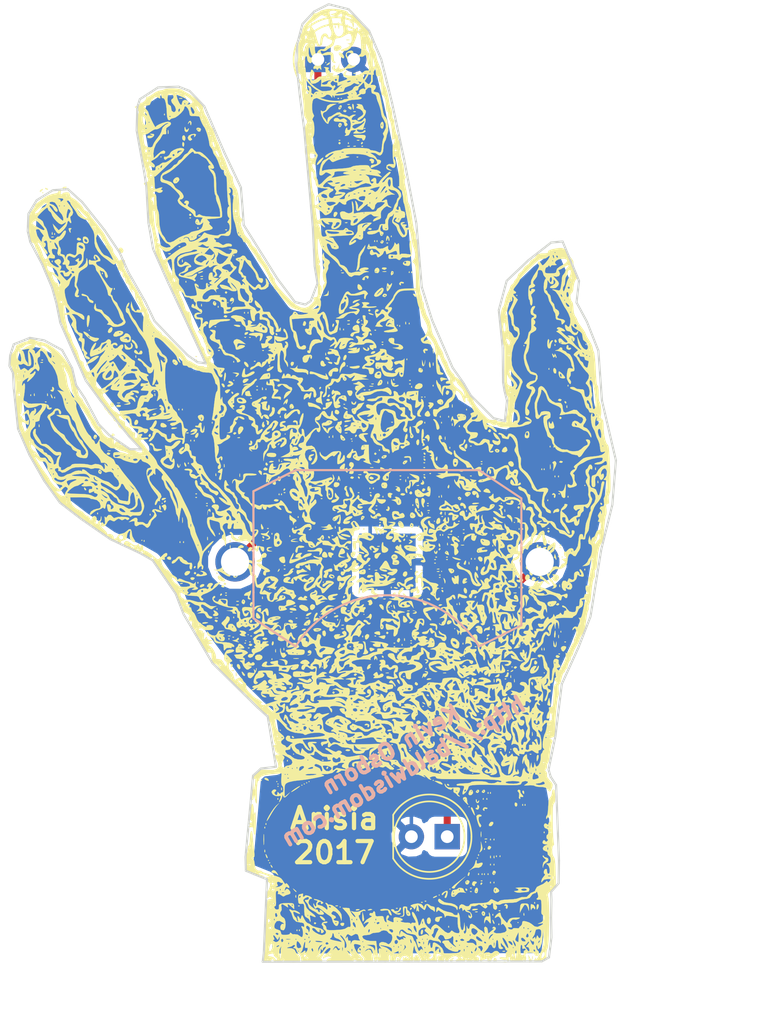
<source format=kicad_pcb>
(kicad_pcb (version 4) (host pcbnew 4.0.7-e2-6376~58~ubuntu16.04.1)
  (layers (0 F.Cu signal) (31 B.Cu signal) (34 B.Paste user) (35 F.Paste user) (36 B.SilkS user) (37 F.SilkS user) (38 B.Mask user) (39 F.Mask user) (44 Edge.Cuts user))
  (net 0 "")
  (net 1 GND)
  (net 2 VCC)
  (module Lensman:BK-913 (layer B.Cu) (at 123.8504 103.6066)
    (fp_text reference BT1 hide)
    (fp_text value Battery_Cell hide)
    (pad 2 smd rect (at 0 0) (size 4 4) (layers B.Cu B.Paste B.Mask) (net 1 GND))
    (pad 1 thru_hole circle (at -10.8 0) (size 2.8 2.8) (drill 2) (layers *.Cu *.Mask) (net 2 VCC))
    (pad 1 thru_hole circle (at 10.8 0) (size 2.8 2.8) (drill 2) (layers *.Cu *.Mask) (net 2 VCC))
  )
  (module Lensman:LOGO (layer F.Cu) (at 118.3386 98.1456)
    (fp_text reference logo1 hide)
    (fp_text value Lensman hide)
  )
  (module Lensman:LED_D5.0mm (layer F.Cu) (at 121.4628 67.9958 180)
    (fp_text reference D1 hide)
    (fp_text value LED hide)
    (pad 1 thru_hole circle (at 0 0 180) (size 1.8 1.8) (drill 0.9) (layers *.Cu *.Mask) (net 1 GND))
    (pad 2 thru_hole rect (at 2.54 0 180) (size 1.8 1.8) (drill 0.9) (layers *.Cu *.Mask) (net 2 VCC))
  )
  (module Lensman:LED_D5.0mm (layer F.Cu) (at 125.5522 123.0884)
    (fp_text reference D2 hide)
    (fp_text value LED hide)
    (pad 1 thru_hole circle (at 0 0) (size 1.8 1.8) (drill 0.9) (layers *.Cu *.Mask) (net 1 GND))
    (pad 2 thru_hole rect (at 2.54 0) (size 1.8 1.8) (drill 0.9) (layers *.Cu *.Mask) (net 2 VCC))
  )
  (gr_text "Kevin Osborn\nhttp://baldwisdom.com" (at 124.5362 117.6782 30) (layer B.SilkS) (effects (font (size 1.1 1.1) (thickness 0.275)) (justify mirror)))
  (gr_text "Arisia\n2017\n" (at 120.0912 123.0122) (layer F.SilkS) (effects (font (size 1.5 1.5) (thickness 0.3))))
  (gr_line (start 134.7978 131.9276) (end 135.3058 131.6482) (layer Edge.Cuts) (width 0.15))
  (gr_line (start 115.0112 131.953) (end 134.7978 131.9276) (layer Edge.Cuts) (width 0.15))
  (gr_line (start 115.0874 131.3434) (end 115.0112 131.953) (layer Edge.Cuts) (width 0.15))
  (gr_line (start 115.316 126.111) (end 115.0874 131.3434) (layer Edge.Cuts) (width 0.15))
  (gr_line (start 114.427 125.7554) (end 115.316 126.111) (layer Edge.Cuts) (width 0.15))
  (gr_line (start 113.8174 125.5014) (end 114.427 125.7554) (layer Edge.Cuts) (width 0.15))
  (gr_line (start 113.792 124.5362) (end 113.8174 125.5014) (layer Edge.Cuts) (width 0.15))
  (gr_line (start 114.3254 118.7704) (end 113.792 124.5362) (layer Edge.Cuts) (width 0.15))
  (gr_line (start 114.8842 118.2624) (end 114.3254 118.7704) (layer Edge.Cuts) (width 0.15))
  (gr_line (start 115.951 118.1354) (end 114.8842 118.2624) (layer Edge.Cuts) (width 0.15))
  (gr_line (start 115.3668 114.5794) (end 115.951 118.1354) (layer Edge.Cuts) (width 0.15))
  (gr_line (start 114.6556 113.9444) (end 115.3668 114.5794) (layer Edge.Cuts) (width 0.15))
  (gr_line (start 111.4552 110.7948) (end 114.6556 113.9444) (layer Edge.Cuts) (width 0.15))
  (gr_line (start 109.3978 107.315) (end 111.4552 110.7948) (layer Edge.Cuts) (width 0.15))
  (gr_line (start 108.839 105.8672) (end 109.3978 107.315) (layer Edge.Cuts) (width 0.15))
  (gr_line (start 107.2134 103.505) (end 108.839 105.8672) (layer Edge.Cuts) (width 0.15))
  (gr_line (start 106.3244 102.997) (end 107.2134 103.505) (layer Edge.Cuts) (width 0.15))
  (gr_line (start 104.2162 102.0064) (end 106.3244 102.997) (layer Edge.Cuts) (width 0.15))
  (gr_line (start 102.1588 100.584) (end 104.2162 102.0064) (layer Edge.Cuts) (width 0.15))
  (gr_line (start 100.6348 99.4156) (end 102.1588 100.584) (layer Edge.Cuts) (width 0.15))
  (gr_line (start 99.5172 97.8662) (end 100.6348 99.4156) (layer Edge.Cuts) (width 0.15))
  (gr_line (start 98.4758 96.0374) (end 99.5172 97.8662) (layer Edge.Cuts) (width 0.15))
  (gr_line (start 97.663 94.1832) (end 98.4758 96.0374) (layer Edge.Cuts) (width 0.15))
  (gr_line (start 97.5106 92.7354) (end 97.663 94.1832) (layer Edge.Cuts) (width 0.15))
  (gr_line (start 97.3582 91.313) (end 97.5106 92.7354) (layer Edge.Cuts) (width 0.15))
  (gr_line (start 97.3074 90.2208) (end 97.3582 91.313) (layer Edge.Cuts) (width 0.15))
  (gr_line (start 97.0534 89.7128) (end 97.3074 90.2208) (layer Edge.Cuts) (width 0.15))
  (gr_line (start 97.1042 88.9762) (end 97.0534 89.7128) (layer Edge.Cuts) (width 0.15))
  (gr_line (start 97.3582 88.1888) (end 97.1042 88.9762) (layer Edge.Cuts) (width 0.15))
  (gr_line (start 98.5012 87.7316) (end 97.3582 88.1888) (layer Edge.Cuts) (width 0.15))
  (gr_line (start 99.5172 87.9094) (end 98.5012 87.7316) (layer Edge.Cuts) (width 0.15))
  (gr_line (start 100.7872 88.5952) (end 99.5172 87.9094) (layer Edge.Cuts) (width 0.15))
  (gr_line (start 101.4984 89.8906) (end 100.7872 88.5952) (layer Edge.Cuts) (width 0.15))
  (gr_line (start 101.7778 91.0844) (end 101.4984 89.8906) (layer Edge.Cuts) (width 0.15))
  (gr_line (start 102.3874 91.9988) (end 101.7778 91.0844) (layer Edge.Cuts) (width 0.15))
  (gr_line (start 103.378 93.853) (end 102.3874 91.9988) (layer Edge.Cuts) (width 0.15))
  (gr_line (start 104.1146 94.615) (end 103.378 93.853) (layer Edge.Cuts) (width 0.15))
  (gr_line (start 105.6132 95.631) (end 104.1146 94.615) (layer Edge.Cuts) (width 0.15))
  (gr_line (start 106.4006 95.631) (end 105.6132 95.631) (layer Edge.Cuts) (width 0.15))
  (gr_line (start 105.537 94.7166) (end 106.4006 95.631) (layer Edge.Cuts) (width 0.15))
  (gr_line (start 103.505 92.1766) (end 105.537 94.7166) (layer Edge.Cuts) (width 0.15))
  (gr_line (start 102.4636 90.7542) (end 103.505 92.1766) (layer Edge.Cuts) (width 0.15))
  (gr_line (start 101.6254 88.8492) (end 102.4636 90.7542) (layer Edge.Cuts) (width 0.15))
  (gr_line (start 100.6602 86.6648) (end 101.6254 88.8492) (layer Edge.Cuts) (width 0.15))
  (gr_line (start 100.3808 85.2678) (end 100.6602 86.6648) (layer Edge.Cuts) (width 0.15))
  (gr_line (start 100.076 84.1756) (end 100.3808 85.2678) (layer Edge.Cuts) (width 0.15))
  (gr_line (start 99.3648 82.4992) (end 100.076 84.1756) (layer Edge.Cuts) (width 0.15))
  (gr_line (start 98.5266 80.9244) (end 99.3648 82.4992) (layer Edge.Cuts) (width 0.15))
  (gr_line (start 98.3488 80.1624) (end 98.5266 80.9244) (layer Edge.Cuts) (width 0.15))
  (gr_line (start 98.3996 78.9432) (end 98.3488 80.1624) (layer Edge.Cuts) (width 0.15))
  (gr_line (start 98.9838 77.978) (end 98.3996 78.9432) (layer Edge.Cuts) (width 0.15))
  (gr_line (start 100.1268 77.2668) (end 98.9838 77.978) (layer Edge.Cuts) (width 0.15))
  (gr_line (start 101.1936 77.1906) (end 100.1268 77.2668) (layer Edge.Cuts) (width 0.15))
  (gr_line (start 102.2096 78.105) (end 101.1936 77.1906) (layer Edge.Cuts) (width 0.15))
  (gr_line (start 103.8098 80.1116) (end 102.2096 78.105) (layer Edge.Cuts) (width 0.15))
  (gr_line (start 104.8512 81.661) (end 103.8098 80.1116) (layer Edge.Cuts) (width 0.15))
  (gr_line (start 105.4862 83.0834) (end 104.8512 81.661) (layer Edge.Cuts) (width 0.15))
  (gr_line (start 106.7054 85.217) (end 105.4862 83.0834) (layer Edge.Cuts) (width 0.15))
  (gr_line (start 107.3404 86.5378) (end 106.7054 85.217) (layer Edge.Cuts) (width 0.15))
  (gr_line (start 108.5342 87.7824) (end 107.3404 86.5378) (layer Edge.Cuts) (width 0.15))
  (gr_line (start 109.6772 88.9508) (end 108.5342 87.7824) (layer Edge.Cuts) (width 0.15))
  (gr_line (start 110.3884 89.4588) (end 109.6772 88.9508) (layer Edge.Cuts) (width 0.15))
  (gr_line (start 110.9726 89.535) (end 110.3884 89.4588) (layer Edge.Cuts) (width 0.15))
  (gr_line (start 108.3056 83.82) (end 110.9726 89.535) (layer Edge.Cuts) (width 0.15))
  (gr_line (start 107.2388 81.4324) (end 108.3056 83.82) (layer Edge.Cuts) (width 0.15))
  (gr_line (start 106.9086 79.5782) (end 107.2388 81.4324) (layer Edge.Cuts) (width 0.15))
  (gr_line (start 106.7562 76.962) (end 106.9086 79.5782) (layer Edge.Cuts) (width 0.15))
  (gr_line (start 106.6038 75.9714) (end 106.7562 76.962) (layer Edge.Cuts) (width 0.15))
  (gr_line (start 106.0704 73.025) (end 106.6038 75.9714) (layer Edge.Cuts) (width 0.15))
  (gr_line (start 106.1212 71.374) (end 106.0704 73.025) (layer Edge.Cuts) (width 0.15))
  (gr_line (start 106.299 70.8152) (end 106.1212 71.374) (layer Edge.Cuts) (width 0.15))
  (gr_line (start 107.5944 69.977) (end 106.299 70.8152) (layer Edge.Cuts) (width 0.15))
  (gr_line (start 109.0422 69.9262) (end 107.5944 69.977) (layer Edge.Cuts) (width 0.15))
  (gr_line (start 109.8296 70.231) (end 109.0422 69.9262) (layer Edge.Cuts) (width 0.15))
  (gr_line (start 110.871 71.3232) (end 109.8296 70.231) (layer Edge.Cuts) (width 0.15))
  (gr_line (start 112.2934 74.5998) (end 110.871 71.3232) (layer Edge.Cuts) (width 0.15))
  (gr_line (start 113.4618 77.0636) (end 112.2934 74.5998) (layer Edge.Cuts) (width 0.15))
  (gr_line (start 113.5888 78.613) (end 113.4618 77.0636) (layer Edge.Cuts) (width 0.15))
  (gr_line (start 113.665 79.7306) (end 113.5888 78.613) (layer Edge.Cuts) (width 0.15))
  (gr_line (start 114.3508 80.8228) (end 113.665 79.7306) (layer Edge.Cuts) (width 0.15))
  (gr_line (start 116.0526 83.5406) (end 114.3508 80.8228) (layer Edge.Cuts) (width 0.15))
  (gr_line (start 117.2972 85.1916) (end 116.0526 83.5406) (layer Edge.Cuts) (width 0.15))
  (gr_line (start 118.0338 85.3694) (end 117.2972 85.1916) (layer Edge.Cuts) (width 0.15))
  (gr_line (start 118.4148 85.1154) (end 118.0338 85.3694) (layer Edge.Cuts) (width 0.15))
  (gr_line (start 118.8974 83.8708) (end 118.4148 85.1154) (layer Edge.Cuts) (width 0.15))
  (gr_line (start 118.6942 82.6516) (end 118.8974 83.8708) (layer Edge.Cuts) (width 0.15))
  (gr_line (start 118.5672 79.9338) (end 118.6942 82.6516) (layer Edge.Cuts) (width 0.15))
  (gr_line (start 117.9576 73.025) (end 118.5672 79.9338) (layer Edge.Cuts) (width 0.15))
  (gr_line (start 117.6528 70.6374) (end 117.9576 73.025) (layer Edge.Cuts) (width 0.15))
  (gr_line (start 117.3988 68.3006) (end 117.6528 70.6374) (layer Edge.Cuts) (width 0.15))
  (gr_line (start 117.4496 66.929) (end 117.3988 68.3006) (layer Edge.Cuts) (width 0.15))
  (gr_line (start 117.8306 65.4812) (end 117.4496 66.929) (layer Edge.Cuts) (width 0.15))
  (gr_line (start 118.6688 64.5922) (end 117.8306 65.4812) (layer Edge.Cuts) (width 0.15))
  (gr_line (start 119.6848 64.0842) (end 118.6688 64.5922) (layer Edge.Cuts) (width 0.15))
  (gr_line (start 121.1072 64.4398) (end 119.6848 64.0842) (layer Edge.Cuts) (width 0.15))
  (gr_line (start 122.555 65.9638) (end 121.1072 64.4398) (layer Edge.Cuts) (width 0.15))
  (gr_line (start 123.4186 67.9958) (end 122.555 65.9638) (layer Edge.Cuts) (width 0.15))
  (gr_line (start 124.1806 71.0692) (end 123.4186 67.9958) (layer Edge.Cuts) (width 0.15))
  (gr_line (start 125.0442 75.1078) (end 124.1806 71.0692) (layer Edge.Cuts) (width 0.15))
  (gr_line (start 125.9078 79.629) (end 125.0442 75.1078) (layer Edge.Cuts) (width 0.15))
  (gr_line (start 126.2888 84.1248) (end 125.9078 79.629) (layer Edge.Cuts) (width 0.15))
  (gr_line (start 127.0254 86.487) (end 126.2888 84.1248) (layer Edge.Cuts) (width 0.15))
  (gr_line (start 128.4732 89.8398) (end 127.0254 86.487) (layer Edge.Cuts) (width 0.15))
  (gr_line (start 129.2606 90.9574) (end 128.4732 89.8398) (layer Edge.Cuts) (width 0.15))
  (gr_line (start 129.7686 91.821) (end 129.2606 90.9574) (layer Edge.Cuts) (width 0.15))
  (gr_line (start 131.3688 93.4212) (end 129.7686 91.821) (layer Edge.Cuts) (width 0.15))
  (gr_line (start 132.1816 93.6244) (end 131.3688 93.4212) (layer Edge.Cuts) (width 0.15))
  (gr_line (start 132.334 92.1766) (end 132.1816 93.6244) (layer Edge.Cuts) (width 0.15))
  (gr_line (start 132.1562 91.4908) (end 132.334 92.1766) (layer Edge.Cuts) (width 0.15))
  (gr_line (start 132.0546 90.8812) (end 132.1562 91.4908) (layer Edge.Cuts) (width 0.15))
  (gr_line (start 132.0292 88.4682) (end 132.0546 90.8812) (layer Edge.Cuts) (width 0.15))
  (gr_line (start 131.7498 85.7758) (end 132.0292 88.4682) (layer Edge.Cuts) (width 0.15))
  (gr_line (start 132.3086 83.693) (end 131.7498 85.7758) (layer Edge.Cuts) (width 0.15))
  (gr_line (start 133.8326 82.2452) (end 132.3086 83.693) (layer Edge.Cuts) (width 0.15))
  (gr_line (start 135.4582 80.9752) (end 133.8326 82.2452) (layer Edge.Cuts) (width 0.15))
  (gr_line (start 136.271 80.899) (end 135.4582 80.9752) (layer Edge.Cuts) (width 0.15))
  (gr_line (start 137.4394 83.693) (end 136.271 80.899) (layer Edge.Cuts) (width 0.15))
  (gr_line (start 137.2616 85.217) (end 137.4394 83.693) (layer Edge.Cuts) (width 0.15))
  (gr_line (start 137.9982 86.5886) (end 137.2616 85.217) (layer Edge.Cuts) (width 0.15))
  (gr_line (start 138.811 88.646) (end 137.9982 86.5886) (layer Edge.Cuts) (width 0.15))
  (gr_line (start 139.065 92.1766) (end 138.811 88.646) (layer Edge.Cuts) (width 0.15))
  (gr_line (start 140.0556 96.4184) (end 139.065 92.1766) (layer Edge.Cuts) (width 0.15))
  (gr_line (start 139.8016 99.568) (end 140.0556 96.4184) (layer Edge.Cuts) (width 0.15))
  (gr_line (start 139.0142 102.743) (end 139.8016 99.568) (layer Edge.Cuts) (width 0.15))
  (gr_line (start 138.2522 107.4928) (end 139.0142 102.743) (layer Edge.Cuts) (width 0.15))
  (gr_line (start 137.3886 109.7026) (end 138.2522 107.4928) (layer Edge.Cuts) (width 0.15))
  (gr_line (start 136.2202 112.268) (end 137.3886 109.7026) (layer Edge.Cuts) (width 0.15))
  (gr_line (start 135.763 115.9764) (end 136.2202 112.268) (layer Edge.Cuts) (width 0.15))
  (gr_line (start 135.2804 118.3386) (end 135.763 115.9764) (layer Edge.Cuts) (width 0.15))
  (gr_line (start 135.4328 118.8466) (end 135.2804 118.3386) (layer Edge.Cuts) (width 0.15))
  (gr_line (start 135.8138 119.4308) (end 135.4328 118.8466) (layer Edge.Cuts) (width 0.15))
  (gr_line (start 136.017 124.7902) (end 135.8138 119.4308) (layer Edge.Cuts) (width 0.15))
  (gr_line (start 135.9916 126.3904) (end 136.017 124.7902) (layer Edge.Cuts) (width 0.15))
  (gr_line (start 135.4582 127) (end 135.9916 126.3904) (layer Edge.Cuts) (width 0.15))
  (gr_line (start 135.4836 127.5588) (end 135.4582 127) (layer Edge.Cuts) (width 0.15))
  (gr_line (start 135.4582 128.8288) (end 135.4836 127.5588) (layer Edge.Cuts) (width 0.15))
  (gr_line (start 135.4836 130.2258) (end 135.4582 128.8288) (layer Edge.Cuts) (width 0.15))
  (gr_line (start 135.3058 131.6482) (end 135.4836 130.2258) (layer Edge.Cuts) (width 0.15))
  (segment (start 122.6312 101.7524) (end 125.5522 104.6734) (width 0.25) (layer B.Cu) (net 1))
  (segment (start 125.5522 104.6734) (end 125.5522 123.0884) (width 0.25) (layer B.Cu) (net 1))
  (segment (start 122.6312 70.436992) (end 122.6312 101.7524) (width 0.25) (layer B.Cu) (net 1))
  (segment (start 121.4628 67.9958) (end 121.4628 69.268592) (width 0.25) (layer B.Cu) (net 1))
  (segment (start 121.4628 69.268592) (end 122.6312 70.436992) (width 0.25) (layer B.Cu) (net 1))
  (segment (start 134.6504 103.6066) (end 133.250401 105.006599) (width 0.5) (layer F.Cu) (net 2))
  (segment (start 133.250401 105.006599) (end 130.984801 105.006599) (width 0.5) (layer F.Cu) (net 2))
  (segment (start 130.984801 105.006599) (end 128.0922 107.8992) (width 0.5) (layer F.Cu) (net 2))
  (segment (start 118.9228 67.9958) (end 118.9228 72.771) (width 0.5) (layer F.Cu) (net 2))
  (segment (start 118.9228 72.771) (end 121.6914 75.5396) (width 0.5) (layer F.Cu) (net 2))
  (segment (start 121.6914 75.5396) (end 121.6914 94.9656) (width 0.5) (layer F.Cu) (net 2))
  (segment (start 121.6914 94.9656) (end 113.0504 103.6066) (width 0.5) (layer F.Cu) (net 2))
  (segment (start 128.0922 123.0884) (end 128.0922 107.8992) (width 0.5) (layer F.Cu) (net 2))
  (segment (start 118.9228 67.9958) (end 118.9228 69.1458) (width 0.25) (layer F.Cu) (net 2))
  (zone (net 1) (net_name GND) (layer B.Cu) (connect_pads (clearance 0.508)) (min_thickness 0.254) (fill yes (arc_segments 16) (thermal_gap 0.508) (thermal_bridge_width 0.508))
    (polygon (pts (xy 120.269 64.516) (xy 121.0564 64.9478) (xy 122.2756 66.0654) (xy 123.0376 67.8434) (xy 123.7488 71.3232) (xy 125.2728 77.9272) (xy 126.238 86.8934) (xy 128.8796 92.1004) (xy 132.2832 94.234) (xy 132.6388 93.1672) (xy 131.5974 87.3506) (xy 133.0706 83.3628) (xy 135.8392 81.0006) (xy 137.1092 83.4898) (xy 136.9822 84.6328) (xy 137.414 85.9028) (xy 138.684 90.0938) (xy 139.2428 93.8022) (xy 139.9032 97.0788) (xy 139.4714 101.0412) (xy 138.4808 106.0958) (xy 136.7028 110.7948) (xy 134.8486 118.237) (xy 135.2804 120.5484) (xy 135.4836 126.365) (xy 135.2804 130.9878) (xy 134.493 131.826) (xy 115.0874 131.953) (xy 115.5192 126.2634) (xy 114.0968 125.4252) (xy 114.5794 118.9482) (xy 116.1542 118.4656) (xy 115.57 114.6048) (xy 107.4166 103.8098) (xy 100.2284 98.6282) (xy 97.663 94.2086) (xy 97.3836 90.5256) (xy 97.1804 88.7984) (xy 98.6536 87.9602) (xy 100.584 88.4428) (xy 101.6508 90.3732) (xy 102.997 93.7768) (xy 105.4862 96.0628) (xy 106.8324 95.631) (xy 102.7176 90.3732) (xy 101.0158 86.5378) (xy 100.0252 83.3374) (xy 98.6028 80.5942) (xy 98.6028 78.4098) (xy 100.0252 77.4954) (xy 101.0158 77.4954) (xy 102.7938 79.121) (xy 107.3404 87.1474) (xy 109.9058 89.4334) (xy 111.0234 89.9922) (xy 110.9726 88.9254) (xy 107.2642 80.899) (xy 106.8324 76.5048) (xy 106.2736 71.501) (xy 107.4166 70.1548) (xy 108.6866 70.0786) (xy 109.7534 70.3834) (xy 110.744 71.9328) (xy 112.522 76.1238) (xy 113.1062 77.7748) (xy 113.7412 80.899) (xy 115.8748 83.5152) (xy 117.5004 85.3694) (xy 118.491 85.3694) (xy 118.8466 83.7438) (xy 118.2878 73.7108) (xy 117.6528 66.3194) (xy 118.4148 64.7446) (xy 119.9134 64.3128)))
  )
)
</source>
